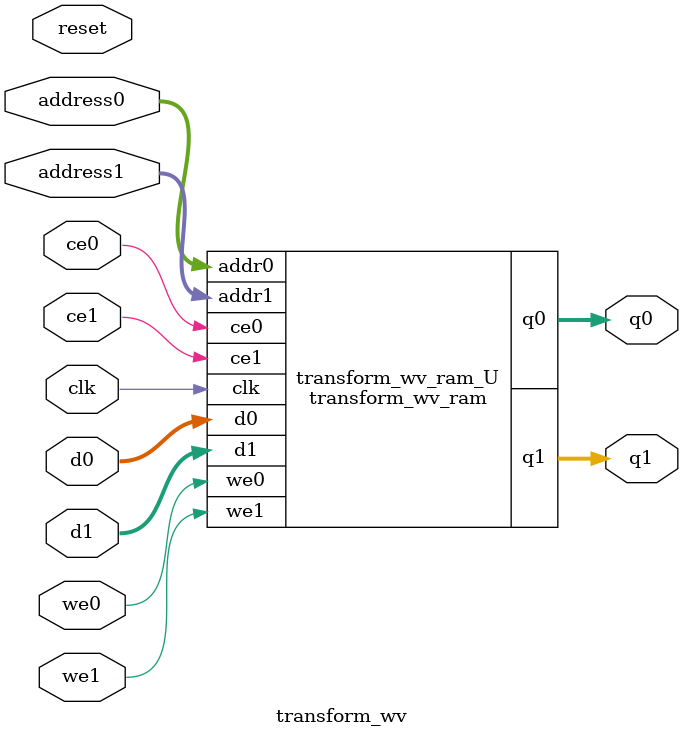
<source format=v>

`timescale 1 ns / 1 ps
module transform_wv_ram (addr0, ce0, d0, we0, q0, addr1, ce1, d1, we1, q1,  clk);

parameter DWIDTH = 32;
parameter AWIDTH = 3;
parameter MEM_SIZE = 8;

input[AWIDTH-1:0] addr0;
input ce0;
input[DWIDTH-1:0] d0;
input we0;
output reg[DWIDTH-1:0] q0;
input[AWIDTH-1:0] addr1;
input ce1;
input[DWIDTH-1:0] d1;
input we1;
output reg[DWIDTH-1:0] q1;
input clk;

(* ram_style = "block" *)reg [DWIDTH-1:0] ram[0:MEM_SIZE-1];




always @(posedge clk)  
begin 
    if (ce0) 
    begin
        if (we0) 
        begin 
            ram[addr0] <= d0; 
            q0 <= d0;
        end 
        else 
            q0 <= ram[addr0];
    end
end


always @(posedge clk)  
begin 
    if (ce1) 
    begin
        if (we1) 
        begin 
            ram[addr1] <= d1; 
            q1 <= d1;
        end 
        else 
            q1 <= ram[addr1];
    end
end


endmodule


`timescale 1 ns / 1 ps
module transform_wv(
    reset,
    clk,
    address0,
    ce0,
    we0,
    d0,
    q0,
    address1,
    ce1,
    we1,
    d1,
    q1);

parameter DataWidth = 32'd32;
parameter AddressRange = 32'd8;
parameter AddressWidth = 32'd3;
input reset;
input clk;
input[AddressWidth - 1:0] address0;
input ce0;
input we0;
input[DataWidth - 1:0] d0;
output[DataWidth - 1:0] q0;
input[AddressWidth - 1:0] address1;
input ce1;
input we1;
input[DataWidth - 1:0] d1;
output[DataWidth - 1:0] q1;



transform_wv_ram transform_wv_ram_U(
    .clk( clk ),
    .addr0( address0 ),
    .ce0( ce0 ),
    .d0( d0 ),
    .we0( we0 ),
    .q0( q0 ),
    .addr1( address1 ),
    .ce1( ce1 ),
    .d1( d1 ),
    .we1( we1 ),
    .q1( q1 ));

endmodule


</source>
